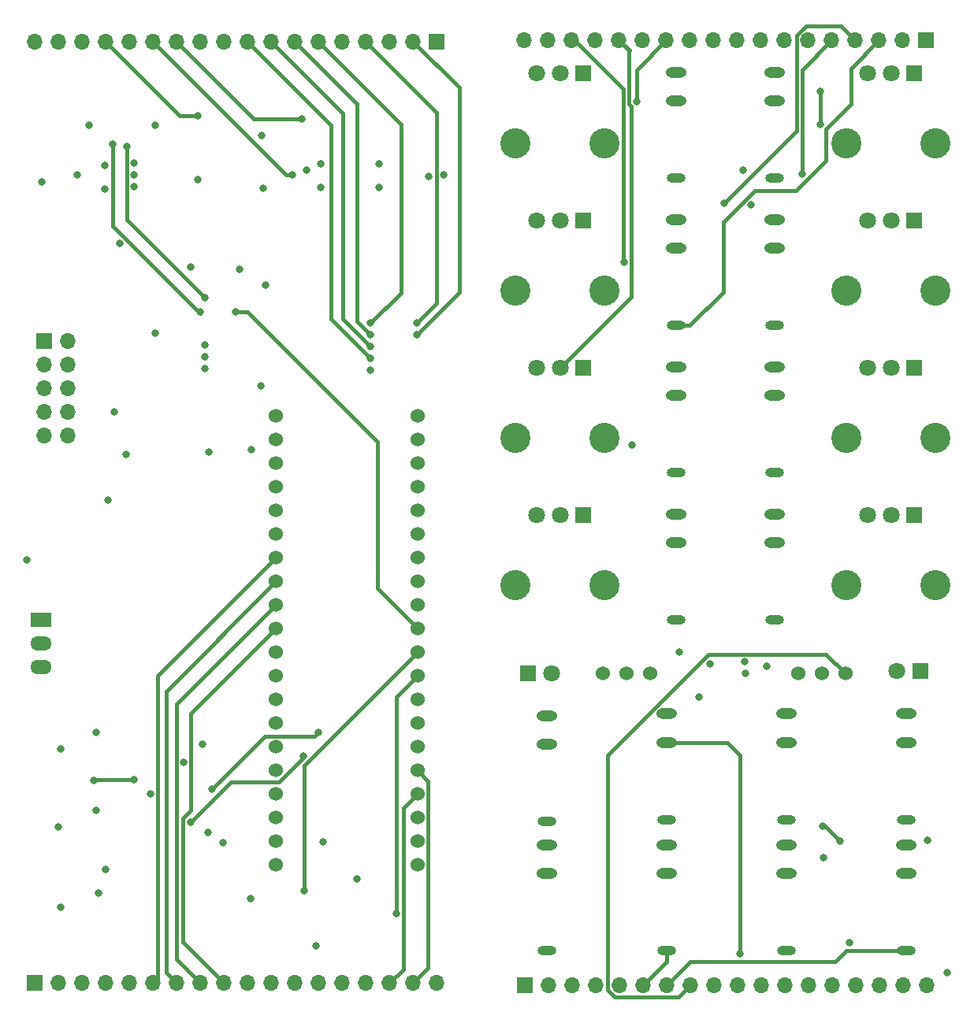
<source format=gbl>
G04 #@! TF.GenerationSoftware,KiCad,Pcbnew,(6.0.0-0)*
G04 #@! TF.CreationDate,2023-01-05T23:18:16-05:00*
G04 #@! TF.ProjectId,daisy_hardware_v1,64616973-795f-4686-9172-64776172655f,rev?*
G04 #@! TF.SameCoordinates,Original*
G04 #@! TF.FileFunction,Copper,L4,Bot*
G04 #@! TF.FilePolarity,Positive*
%FSLAX46Y46*%
G04 Gerber Fmt 4.6, Leading zero omitted, Abs format (unit mm)*
G04 Created by KiCad (PCBNEW (6.0.0-0)) date 2023-01-05 23:18:16*
%MOMM*%
%LPD*%
G01*
G04 APERTURE LIST*
G04 #@! TA.AperFunction,ComponentPad*
%ADD10O,2.216000X1.108000*%
G04 #@! TD*
G04 #@! TA.AperFunction,ComponentPad*
%ADD11O,2.016000X1.008000*%
G04 #@! TD*
G04 #@! TA.AperFunction,ComponentPad*
%ADD12C,3.240000*%
G04 #@! TD*
G04 #@! TA.AperFunction,ComponentPad*
%ADD13R,1.800000X1.800000*%
G04 #@! TD*
G04 #@! TA.AperFunction,ComponentPad*
%ADD14C,1.800000*%
G04 #@! TD*
G04 #@! TA.AperFunction,ComponentPad*
%ADD15R,1.700000X1.700000*%
G04 #@! TD*
G04 #@! TA.AperFunction,ComponentPad*
%ADD16O,1.700000X1.700000*%
G04 #@! TD*
G04 #@! TA.AperFunction,ComponentPad*
%ADD17C,1.524000*%
G04 #@! TD*
G04 #@! TA.AperFunction,ComponentPad*
%ADD18R,2.300000X1.500000*%
G04 #@! TD*
G04 #@! TA.AperFunction,ComponentPad*
%ADD19O,2.300000X1.500000*%
G04 #@! TD*
G04 #@! TA.AperFunction,ViaPad*
%ADD20C,0.800000*%
G04 #@! TD*
G04 #@! TA.AperFunction,Conductor*
%ADD21C,0.381000*%
G04 #@! TD*
G04 APERTURE END LIST*
D10*
X107870333Y-294079999D03*
X107870333Y-297179999D03*
D11*
X107870333Y-305479999D03*
D10*
X118443666Y-278244000D03*
X118443666Y-281344000D03*
D11*
X118443666Y-289644000D03*
D10*
X107870333Y-309915998D03*
X107870333Y-313015998D03*
D11*
X107870333Y-321315998D03*
D12*
X135737000Y-285874000D03*
X126137000Y-285874000D03*
D13*
X133437000Y-278374000D03*
D14*
X130937000Y-278374000D03*
X128437000Y-278374000D03*
D13*
X91960000Y-342900000D03*
D14*
X94500000Y-342900000D03*
D10*
X119718666Y-347215000D03*
X119718666Y-350315000D03*
D11*
X119718666Y-358615000D03*
D12*
X100177000Y-317546000D03*
X90577000Y-317546000D03*
D13*
X97877000Y-310046000D03*
D14*
X95377000Y-310046000D03*
X92877000Y-310046000D03*
D12*
X100177000Y-301710000D03*
X90577000Y-301710000D03*
D13*
X97877000Y-294210000D03*
D14*
X95377000Y-294210000D03*
X92877000Y-294210000D03*
D10*
X93980000Y-361312000D03*
X93980000Y-364412000D03*
D11*
X93980000Y-372712000D03*
D10*
X107870333Y-325751998D03*
X107870333Y-328851998D03*
D11*
X107870333Y-337151998D03*
D12*
X135737000Y-301710000D03*
X126137000Y-301710000D03*
D13*
X133437000Y-294210000D03*
D14*
X130937000Y-294210000D03*
X128437000Y-294210000D03*
D15*
X39925000Y-307125000D03*
D16*
X42465000Y-307125000D03*
X39925000Y-309665000D03*
X42465000Y-309665000D03*
X39925000Y-312205000D03*
X42465000Y-312205000D03*
X39925000Y-314745000D03*
X42465000Y-314745000D03*
X39925000Y-317285000D03*
X42465000Y-317285000D03*
D10*
X107870333Y-278244000D03*
X107870333Y-281344000D03*
D11*
X107870333Y-289644000D03*
D10*
X118443666Y-294080000D03*
X118443666Y-297180000D03*
D11*
X118443666Y-305480000D03*
D10*
X118443666Y-309916000D03*
X118443666Y-313016000D03*
D11*
X118443666Y-321316000D03*
D10*
X93980000Y-347444500D03*
X93980000Y-350544500D03*
D11*
X93980000Y-358844500D03*
D10*
X106849333Y-361312000D03*
X106849333Y-364412000D03*
D11*
X106849333Y-372712000D03*
D12*
X90577000Y-333382000D03*
X100177000Y-333382000D03*
D13*
X97877000Y-325882000D03*
D14*
X95377000Y-325882000D03*
X92877000Y-325882000D03*
D12*
X126137000Y-333382000D03*
X135737000Y-333382000D03*
D13*
X133437000Y-325882000D03*
D14*
X130937000Y-325882000D03*
X128437000Y-325882000D03*
D10*
X119718666Y-361312000D03*
X119718666Y-364412000D03*
D11*
X119718666Y-372712000D03*
D17*
X99960000Y-342900000D03*
X102500000Y-342900000D03*
X105040000Y-342900000D03*
D10*
X118443666Y-325752000D03*
X118443666Y-328852000D03*
D11*
X118443666Y-337152000D03*
D10*
X132588000Y-347215000D03*
X132588000Y-350315000D03*
D11*
X132588000Y-358615000D03*
D12*
X100177000Y-285874000D03*
X90577000Y-285874000D03*
D13*
X97877000Y-278374000D03*
D14*
X95377000Y-278374000D03*
X92877000Y-278374000D03*
D10*
X106849333Y-347215000D03*
X106849333Y-350315000D03*
D11*
X106849333Y-358615000D03*
D12*
X126137000Y-317546000D03*
X135737000Y-317546000D03*
D13*
X133437000Y-310046000D03*
D14*
X130937000Y-310046000D03*
X128437000Y-310046000D03*
D10*
X132588000Y-361312000D03*
X132588000Y-364412000D03*
D11*
X132588000Y-372712000D03*
D13*
X134100000Y-342646000D03*
D14*
X131560000Y-342646000D03*
D18*
X39586000Y-337128400D03*
D19*
X39586000Y-339668400D03*
X39586000Y-342208400D03*
D17*
X64830000Y-315232000D03*
X64830000Y-317772000D03*
X64830000Y-320312000D03*
X64830000Y-322852000D03*
X64830000Y-325392000D03*
X64830000Y-327932000D03*
X64830000Y-330472000D03*
X64830000Y-333012000D03*
X64830000Y-335552000D03*
X64830000Y-338092000D03*
X64830000Y-340632000D03*
X64830000Y-343172000D03*
X64830000Y-345712000D03*
X64830000Y-348252000D03*
X64830000Y-350792000D03*
X64830000Y-353332000D03*
X64830000Y-355872000D03*
X64830000Y-358412000D03*
X64830000Y-360952000D03*
X64830000Y-363492000D03*
X80070000Y-363492000D03*
X80070000Y-360952000D03*
X80070000Y-358412000D03*
X80070000Y-355872000D03*
X80070000Y-353332000D03*
X80070000Y-350792000D03*
X80070000Y-348252000D03*
X80070000Y-345712000D03*
X80070000Y-343172000D03*
X80070000Y-340632000D03*
X80070000Y-338092000D03*
X80070000Y-335552000D03*
X80070000Y-333012000D03*
X80070000Y-330472000D03*
X80070000Y-327932000D03*
X80070000Y-325392000D03*
X80070000Y-322852000D03*
X80070000Y-320312000D03*
X80070000Y-317772000D03*
X80070000Y-315232000D03*
X126040000Y-342900000D03*
X123500000Y-342900000D03*
X120960000Y-342900000D03*
D15*
X38976400Y-376193600D03*
D16*
X41516400Y-376193600D03*
X44056400Y-376193600D03*
X46596400Y-376193600D03*
X49136400Y-376193600D03*
X51676400Y-376193600D03*
X54216400Y-376193600D03*
X56756400Y-376193600D03*
X59296400Y-376193600D03*
X61836400Y-376193600D03*
X64376400Y-376193600D03*
X66916400Y-376193600D03*
X69456400Y-376193600D03*
X71996400Y-376193600D03*
X74536400Y-376193600D03*
X77076400Y-376193600D03*
X79616400Y-376193600D03*
X82156400Y-376193600D03*
D15*
X82126400Y-274975000D03*
D16*
X79586400Y-274975000D03*
X77046400Y-274975000D03*
X74506400Y-274975000D03*
X71966400Y-274975000D03*
X69426400Y-274975000D03*
X66886400Y-274975000D03*
X64346400Y-274975000D03*
X61806400Y-274975000D03*
X59266400Y-274975000D03*
X56726400Y-274975000D03*
X54186400Y-274975000D03*
X51646400Y-274975000D03*
X49106400Y-274975000D03*
X46566400Y-274975000D03*
X44026400Y-274975000D03*
X41486400Y-274975000D03*
X38946400Y-274975000D03*
D15*
X91592400Y-376428000D03*
D16*
X94132400Y-376428000D03*
X96672400Y-376428000D03*
X99212400Y-376428000D03*
X101752400Y-376428000D03*
X104292400Y-376428000D03*
X106832400Y-376428000D03*
X109372400Y-376428000D03*
X111912400Y-376428000D03*
X114452400Y-376428000D03*
X116992400Y-376428000D03*
X119532400Y-376428000D03*
X122072400Y-376428000D03*
X124612400Y-376428000D03*
X127152400Y-376428000D03*
X129692400Y-376428000D03*
X132232400Y-376428000D03*
X134772400Y-376428000D03*
D15*
X134742400Y-274828000D03*
D16*
X132202400Y-274828000D03*
X129662400Y-274828000D03*
X127122400Y-274828000D03*
X124582400Y-274828000D03*
X122042400Y-274828000D03*
X119502400Y-274828000D03*
X116962400Y-274828000D03*
X114422400Y-274828000D03*
X111882400Y-274828000D03*
X109342400Y-274828000D03*
X106802400Y-274828000D03*
X104262400Y-274828000D03*
X101722400Y-274828000D03*
X99182400Y-274828000D03*
X96642400Y-274828000D03*
X94102400Y-274828000D03*
X91562400Y-274828000D03*
D20*
X75908000Y-290621000D03*
X134899400Y-360857800D03*
X46514000Y-290848000D03*
X117602000Y-342138000D03*
X38112800Y-330727600D03*
X69685000Y-290621000D03*
X41716000Y-351046000D03*
X41716000Y-368064000D03*
X46825000Y-324276000D03*
X57210000Y-308882000D03*
X41462000Y-359428000D03*
X49618000Y-290594000D03*
X47460000Y-314751000D03*
X75908000Y-288081000D03*
X69685000Y-288081000D03*
X46514000Y-288308000D03*
X51876000Y-306342000D03*
X49618000Y-288054000D03*
X49618000Y-289324000D03*
X54952000Y-352422180D03*
X57210000Y-310152000D03*
X57569200Y-359963000D03*
X108204000Y-340614000D03*
X57210000Y-307612000D03*
X45272000Y-354376000D03*
X49590000Y-354348000D03*
X115300000Y-342900000D03*
X59197480Y-361106000D03*
X46542000Y-364000000D03*
X73600000Y-365000000D03*
X62192000Y-318840400D03*
X115251000Y-341630000D03*
X110301000Y-345440000D03*
X69200000Y-372200000D03*
X48730000Y-319329800D03*
X39586000Y-337128400D03*
X45526000Y-349268000D03*
X51368000Y-355872000D03*
X45526000Y-357650000D03*
X63233400Y-312007800D03*
X43494000Y-289324000D03*
X68132000Y-288816000D03*
X45780000Y-366540000D03*
X55686000Y-299230000D03*
X60992000Y-299484000D03*
X56956000Y-350538000D03*
X111500000Y-341900000D03*
X60512000Y-304056000D03*
X48828000Y-286276000D03*
X57210000Y-302532000D03*
X56702000Y-304056000D03*
X47304000Y-286022000D03*
X123698000Y-362712000D03*
X67827385Y-351757385D03*
X55686000Y-358920000D03*
X57972000Y-355364000D03*
X69402000Y-349268000D03*
X123571000Y-359283000D03*
X125504000Y-360934000D03*
X113030000Y-292354000D03*
X121412000Y-289179000D03*
X123345000Y-283845000D03*
X123317000Y-280289000D03*
X115938115Y-292468115D03*
X67878000Y-366286000D03*
X77784000Y-368700000D03*
X75055000Y-306469000D03*
X75055000Y-307739000D03*
X75055000Y-309009000D03*
X75055000Y-305199000D03*
X80005000Y-305199000D03*
X80005000Y-306469000D03*
X136982200Y-375056400D03*
X115062000Y-288798000D03*
X67624000Y-283256000D03*
X66608000Y-289324000D03*
X56448000Y-282974000D03*
X51876000Y-283990000D03*
X63462000Y-290748000D03*
X82892000Y-289324000D03*
X48066000Y-296690000D03*
X44764000Y-283990000D03*
X63335000Y-285033000D03*
X56448000Y-289832000D03*
X39684000Y-290086000D03*
X81312000Y-289478000D03*
X57620000Y-319091000D03*
X62141200Y-367125800D03*
X75055000Y-310279000D03*
X63749000Y-301135000D03*
X114681000Y-372999000D03*
X126492000Y-371856000D03*
X103632000Y-281432000D03*
X102235000Y-298704000D03*
X103124000Y-318338000D03*
X69939000Y-360979000D03*
D21*
X49590000Y-354348000D02*
X45300000Y-354348000D01*
X45300000Y-354348000D02*
X45272000Y-354376000D01*
X106849333Y-372712000D02*
X106849333Y-373871067D01*
X106849333Y-373871067D02*
X104292400Y-376428000D01*
X126144000Y-372712000D02*
X132588000Y-372712000D01*
X106832400Y-376428000D02*
X109372400Y-373888000D01*
X124968000Y-373888000D02*
X126144000Y-372712000D01*
X109372400Y-373888000D02*
X124968000Y-373888000D01*
X75752000Y-318026000D02*
X75752000Y-333774000D01*
X60512000Y-304056000D02*
X61782000Y-304056000D01*
X61782000Y-304056000D02*
X75752000Y-318026000D01*
X75752000Y-333774000D02*
X80070000Y-338092000D01*
X48828000Y-294150000D02*
X57210000Y-302532000D01*
X48828000Y-286276000D02*
X48828000Y-294150000D01*
X47304000Y-286022000D02*
X47304000Y-294810755D01*
X56702000Y-304208755D02*
X56702000Y-304056000D01*
X47304000Y-294810755D02*
X56702000Y-304208755D01*
X65189191Y-354602000D02*
X60004000Y-354602000D01*
X67827385Y-351963806D02*
X65189191Y-354602000D01*
X67827385Y-351757385D02*
X67827385Y-351963806D01*
X60004000Y-354602000D02*
X55686000Y-358920000D01*
X63696011Y-349639989D02*
X69030011Y-349639989D01*
X69030011Y-349639989D02*
X69402000Y-349268000D01*
X57972000Y-355364000D02*
X63696011Y-349639989D01*
X101238770Y-377668011D02*
X100457000Y-376886241D01*
X108132389Y-377668011D02*
X101238770Y-377668011D01*
X123979989Y-340839989D02*
X126040000Y-342900000D01*
X100457000Y-376886241D02*
X100457000Y-351663000D01*
X100457000Y-351663000D02*
X100512288Y-351663000D01*
X100512288Y-351663000D02*
X111335299Y-340839989D01*
X111335299Y-340839989D02*
X123979989Y-340839989D01*
X109372400Y-376428000D02*
X108132389Y-377668011D01*
X123571000Y-359283000D02*
X123853000Y-359283000D01*
X123853000Y-359283000D02*
X125504000Y-360934000D01*
X116332000Y-290957000D02*
X120751245Y-290957000D01*
X107870333Y-305479999D02*
X109302001Y-305479999D01*
X123952000Y-287756245D02*
X123952000Y-284355245D01*
X126619000Y-281688245D02*
X126619000Y-277871400D01*
X120751245Y-290957000D02*
X123952000Y-287756245D01*
X112903000Y-294386000D02*
X116332000Y-290957000D01*
X109302001Y-305479999D02*
X112903000Y-301879000D01*
X126619000Y-277871400D02*
X129662400Y-274828000D01*
X123952000Y-284355245D02*
X126619000Y-281688245D01*
X112903000Y-301879000D02*
X112903000Y-294386000D01*
X120802389Y-284581611D02*
X120802389Y-274314370D01*
X113030000Y-292354000D02*
X120802389Y-284581611D01*
X121812759Y-273304000D02*
X125598400Y-273304000D01*
X120802389Y-274314370D02*
X121812759Y-273304000D01*
X125598400Y-273304000D02*
X127122400Y-274828000D01*
X121412000Y-277998400D02*
X124582400Y-274828000D01*
X121412000Y-289179000D02*
X121412000Y-277998400D01*
X123317000Y-280289000D02*
X123317000Y-283817000D01*
X123317000Y-283817000D02*
X123345000Y-283845000D01*
X80070000Y-340632000D02*
X67878000Y-352824000D01*
X67878000Y-352824000D02*
X67878000Y-366286000D01*
X80070000Y-343172000D02*
X77784000Y-345458000D01*
X77784000Y-345458000D02*
X77784000Y-368700000D01*
X66886400Y-274975000D02*
X73596000Y-281684600D01*
X73596000Y-281684600D02*
X73596000Y-305010000D01*
X73596000Y-305010000D02*
X75055000Y-306469000D01*
X72072000Y-304756000D02*
X75055000Y-307739000D01*
X72072000Y-304756000D02*
X72072000Y-282700600D01*
X72072000Y-282700600D02*
X64346400Y-274975000D01*
X70796000Y-283964600D02*
X70796000Y-304750000D01*
X70796000Y-304750000D02*
X75055000Y-309009000D01*
X61806400Y-274975000D02*
X70796000Y-283964600D01*
X69426400Y-274975000D02*
X78292000Y-283840600D01*
X78292000Y-283840600D02*
X78292000Y-301962000D01*
X78292000Y-301962000D02*
X75055000Y-305199000D01*
X74506400Y-274975000D02*
X82102000Y-282570600D01*
X82102000Y-282570600D02*
X82102000Y-303102000D01*
X82102000Y-303102000D02*
X80005000Y-305199000D01*
X80005000Y-306469000D02*
X84544000Y-301930000D01*
X84544000Y-301930000D02*
X84544000Y-279932600D01*
X84544000Y-279932600D02*
X79586400Y-274975000D01*
X54186400Y-274975000D02*
X62467400Y-283256000D01*
X62467400Y-283256000D02*
X67624000Y-283256000D01*
X65995400Y-289324000D02*
X66608000Y-289324000D01*
X51646400Y-274975000D02*
X65995400Y-289324000D01*
X54565400Y-282974000D02*
X46566400Y-274975000D01*
X56448000Y-282974000D02*
X54565400Y-282974000D01*
X114681000Y-351663000D02*
X114681000Y-372999000D01*
X114554000Y-351536000D02*
X114681000Y-351663000D01*
X113333000Y-350315000D02*
X114554000Y-351536000D01*
X106849333Y-350315000D02*
X113333000Y-350315000D01*
X55742011Y-357649989D02*
X54895989Y-358496011D01*
X54895989Y-358496011D02*
X54895989Y-371793189D01*
X54895989Y-371793189D02*
X59296400Y-376193600D01*
X55742011Y-347179989D02*
X55742011Y-357649989D01*
X64830000Y-338092000D02*
X55742011Y-347179989D01*
X54161989Y-373599189D02*
X56756400Y-376193600D01*
X64830000Y-335552000D02*
X54161989Y-346220011D01*
X54161989Y-346220011D02*
X54161989Y-373599189D01*
X53048000Y-375025200D02*
X54216400Y-376193600D01*
X64830000Y-333012000D02*
X53048000Y-344794000D01*
X53048000Y-375025200D02*
X53048000Y-344794000D01*
X103632000Y-277998400D02*
X106802400Y-274828000D01*
X103632000Y-281432000D02*
X103632000Y-277998400D01*
X102767531Y-275873131D02*
X101722400Y-274828000D01*
X102767531Y-281684776D02*
X102767531Y-275873131D01*
X103025011Y-281942256D02*
X102767531Y-281684776D01*
X103025011Y-302397989D02*
X103025011Y-281942256D01*
X95377000Y-310046000D02*
X103025011Y-302397989D01*
X102841989Y-275947589D02*
X101722400Y-274828000D01*
X96642400Y-274828000D02*
X96911022Y-274828000D01*
X102187011Y-280103989D02*
X102187011Y-298656011D01*
X102187011Y-298656011D02*
X102235000Y-298704000D01*
X96911022Y-274828000D02*
X102187011Y-280103989D01*
X52158011Y-343143989D02*
X64830000Y-330472000D01*
X52158011Y-375711989D02*
X51676400Y-376193600D01*
X52158011Y-343143989D02*
X52158011Y-375711989D01*
X78574011Y-374695989D02*
X78574011Y-357367989D01*
X77076400Y-376193600D02*
X78574011Y-374695989D01*
X78574011Y-357367989D02*
X80070000Y-355872000D01*
X81222011Y-354484011D02*
X81222011Y-374587989D01*
X81222011Y-374587989D02*
X79616400Y-376193600D01*
X80070000Y-353332000D02*
X81222011Y-354484011D01*
M02*

</source>
